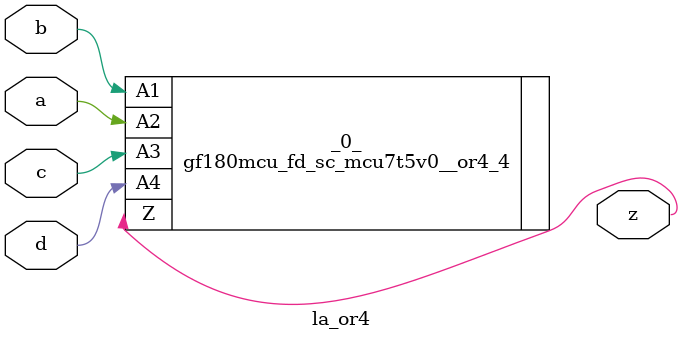
<source format=v>

/* Generated by Yosys 0.44 (git sha1 80ba43d26, g++ 11.4.0-1ubuntu1~22.04 -fPIC -O3) */

(* top =  1  *)
(* src = "generated" *)
(* keep_hierarchy *)
module la_or4 (
    a,
    b,
    c,
    d,
    z
);
  (* src = "generated" *)
  input a;
  wire a;
  (* src = "generated" *)
  input b;
  wire b;
  (* src = "generated" *)
  input c;
  wire c;
  (* src = "generated" *)
  input d;
  wire d;
  (* src = "generated" *)
  output z;
  wire z;
  gf180mcu_fd_sc_mcu7t5v0__or4_4 _0_ (
      .A1(b),
      .A2(a),
      .A3(c),
      .A4(d),
      .Z (z)
  );
endmodule

</source>
